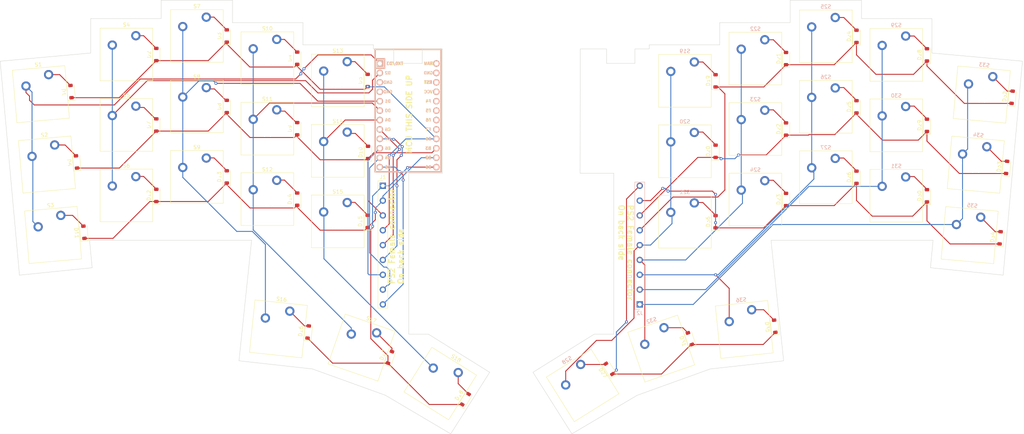
<source format=kicad_pcb>
(kicad_pcb (version 20221018) (generator pcbnew)
  (layers (0 "F.Cu" signal) (31 "B.Cu" signal) (34 "B.Paste" user) (35 "F.Paste" user) (36 "B.SilkS" user "B.Silkscreen") (37 "F.SilkS" user "F.Silkscreen") (38 "B.Mask" user) (39 "F.Mask" user) (44 "Edge.Cuts" user))
  (net 0 "")
  (net 1 "R4")
  (net 2 "Net-(D1-A)")
  (net 3 "Net-(D2-A)")
  (net 4 "Net-(D3-A)")
  (net 5 "Net-(D4-A)")
  (net 7 "Net-(D5-A)")
  (net 8 "R3")
  (net 9 "Net-(D6-A)")
  (net 10 "Net-(D7-A)")
  (net 11 "Net-(D8-A)")
  (net 12 "Net-(D9-A)")
  (net 13 "Net-(D10-A)")
  (net 14 "R2")
  (net 15 "Net-(D11-A)")
  (net 16 "Net-(D12-A)")
  (net 17 "Net-(D13-A)")
  (net 18 "Net-(D14-A)")
  (net 19 "Net-(D15-A)")
  (net 20 "R1")
  (net 21 "Net-(D16-A)")
  (net 22 "Net-(D17-A)")
  (net 23 "Net-(D18-A)")
  (net 24 "Net-(D19-A)")
  (net 25 "Net-(D20-A)")
  (net 26 "Net-(D21-A)")
  (net 27 "Net-(D22-A)")
  (net 28 "Net-(D23-A)")
  (net 29 "Net-(D24-A)")
  (net 30 "Net-(D25-A)")
  (net 31 "Net-(D26-A)")
  (net 32 "Net-(D27-A)")
  (net 33 "Net-(D28-A)")
  (net 34 "Net-(D29-A)")
  (net 35 "Net-(D30-A)")
  (net 36 "Net-(D31-A)")
  (net 37 "Net-(D32-A)")
  (net 38 "Net-(D33-A)")
  (net 39 "Net-(D34-A)")
  (net 40 "Net-(D35-A)")
  (net 41 "Net-(D36-A)")
  (net 42 "C6")
  (net 43 "C7")
  (net 44 "C8")
  (net 45 "C9")
  (net 46 "C10")
  (net 47 "C1")
  (net 48 "C2")
  (net 49 "C3")
  (net 50 "C4")
  (net 51 "C5")
  (footprint "Switch_Keyboard_Cherry_MX:SW_Cherry_MX_PCB_1.00u" (layer "F.Cu") (at 250.455964 94.699079)
    (fp_text reference "S31")
    (fp_text value "SW_Push")
  )
  (footprint "Diode_SMD:D_SOD-123" (layer "F.Cu") (at 88.9 95.603631 90)
    (fp_text reference "D14")
    (fp_text value "D_Small")
  )
  (footprint "Switch_Keyboard_Cherry_MX:SW_Cherry_MX_PCB_1.00u" (layer "F.Cu") (at 212.455964 57.699079)
    (fp_text reference "S22")
    (fp_text value "SW_Push")
  )
  (footprint "Switch_Keyboard_Cherry_MX:SW_Cherry_MX_PCB_1.00u" (layer "F.Cu") (at 231.455964 51.699079)
    (fp_text reference "S25")
    (fp_text value "SW_Push")
  )
  (footprint "Diode_SMD:D_SOD-123" (layer "F.Cu") (at 88.9 57.603631 90)
    (fp_text reference "D4")
    (fp_text value "D_Small")
  )
  (footprint "Switch_Keyboard_Cherry_MX:SW_Cherry_MX_PCB_1.00u" (layer "F.Cu") (at 61.847381 70.603631)
    (fp_text reference "S8")
    (fp_text value "SW_Push")
  )
  (footprint "Diode_SMD:D_SOD-123" (layer "F.Cu") (at 201.723227 63.699079 90)
    (fp_text reference "D19")
    (fp_text value "D_Small")
  )
  (footprint "Switch_Keyboard_Cherry_MX:SW_Cherry_MX_PCB_1.00u" (layer "F.Cu") (at 80.847381 76.603631)
    (fp_text reference "S11")
    (fp_text value "SW_Push")
  )
  (footprint "Diode_SMD:D_SOD-123" (layer "F.Cu") (at 29.382957 85.577738 95)
    (fp_text reference "D6")
    (fp_text value "D_Small")
  )
  (footprint "Switch_Keyboard_Cherry_MX:SW_Cherry_MX_PCB_1.00u" (layer "F.Cu") (at 165.879855 145.841604 32)
    (fp_text reference "S28")
    (fp_text value "SW_Push")
  )
  (footprint "Diode_SMD:D_SOD-123" (layer "F.Cu") (at 91.853649 131.434063 84)
    (fp_text reference "D16")
    (fp_text value "D_Small")
  )
  (footprint "Switch_Keyboard_Cherry_MX:SW_Cherry_MX_PCB_1.00u" (layer "F.Cu") (at 21.41117 86.275179 5)
    (fp_text reference "S2")
    (fp_text value "SW_Push")
  )
  (footprint "Diode_SMD:D_SOD-123" (layer "F.Cu") (at 50.9 75.603631 90)
    (fp_text reference "D7")
    (fp_text value "D_Small")
  )
  (footprint "Switch_Keyboard_Cherry_MX:SW_Cherry_MX_PCB_1.00u" (layer "F.Cu") (at 271.900122 86.314073 -5)
    (fp_text reference "S34")
    (fp_text value "SW_Push")
  )
  (footprint "Switch_Keyboard_Cherry_MX:SW_Cherry_MX_PCB_1.00u" (layer "F.Cu") (at 42.847381 75.603631)
    (fp_text reference "S5")
    (fp_text value "SW_Push")
  )
  (footprint "Diode_SMD:D_SOD-123" (layer "F.Cu") (at 69.9 89.603631 90)
    (fp_text reference "D13")
    (fp_text value "D_Small")
  )
  (footprint "Diode_SMD:D_SOD-123" (layer "F.Cu") (at 27.9 66.6 95)
    (fp_text reference "D1")
    (fp_text value "D_Small")
  )
  (footprint "Diode_SMD:D_SOD-123" (layer "F.Cu") (at 220.723227 95.699079 90)
    (fp_text reference "D23")
    (fp_text value "D_Small")
  )
  (footprint "Diode_SMD:D_SOD-123" (layer "F.Cu") (at 258.723227 56.695448 90)
    (fp_text reference "D28")
    (fp_text value "D_Small")
  )
  (footprint "Switch_Keyboard_Cherry_MX:SW_Cherry_MX_PCB_1.00u" (layer "F.Cu") (at 42.847381 94.603631)
    (fp_text reference "S6")
    (fp_text value "SW_Push")
  )
  (footprint "Diode_SMD:D_SOD-123" (layer "F.Cu") (at 201.723227 82.699079 90)
    (fp_text reference "D20")
    (fp_text value "D_Small")
  )
  (footprint "Switch_Keyboard_Cherry_MX:SW_Cherry_MX_PCB_1.00u" (layer "F.Cu") (at 212.455964 76.699079)
    (fp_text reference "S23")
    (fp_text value "SW_Push")
  )
  (footprint "Diode_SMD:D_SOD-123" (layer "F.Cu") (at 113.910976 138.2753 71)
    (fp_text reference "D17")
    (fp_text value "D_Small")
  )
  (footprint "Switch_Keyboard_Cherry_MX:SW_Cherry_MX_PCB_1.00u" (layer "F.Cu") (at 250.455964 75.699079)
    (fp_text reference "S30")
    (fp_text value "SW_Push")
  )
  (footprint "Diode_SMD:D_SOD-123" (layer "F.Cu") (at 258.723227 75.695448 90)
    (fp_text reference "D29")
    (fp_text value "D_Small")
  )
  (footprint "Diode_SMD:D_SOD-123" (layer "F.Cu") (at 107.9 63.6 90)
    (fp_text reference "D5")
    (fp_text value "D_Small")
  )
  (footprint "Diode_SMD:D_SOD-123" (layer "F.Cu") (at 201.723227 101.695448 90)
    (fp_text reference "D36")
    (fp_text value "D_Small")
  )
  (footprint "Switch_Keyboard_Cherry_MX:SW_Cherry_MX_PCB_1.00u" (layer "F.Cu") (at 193.455962 63.699079)
    (fp_text reference "S19")
    (fp_text value "SW_Push")
  )
  (footprint "Switch_Keyboard_Cherry_MX:SW_Cherry_MX_PCB_1.00u" (layer "F.Cu") (at 19.773893 67.305414 5)
    (fp_text reference "S1")
    (fp_text value "SW_Push")
  )
  (footprint "Diode_SMD:D_SOD-123" (layer "F.Cu") (at 217.678961 129.884862 96)
    (fp_text reference "D35")
    (fp_text value "D_Small")
  )
  (footprint "Switch_Keyboard_Cherry_MX:SW_Cherry_MX_PCB_1.00u" (layer "F.Cu") (at 61.847381 51.603631)
    (fp_text reference "S7")
    (fp_text value "SW_Push")
  )
  (footprint "Diode_SMD:D_SOD-123" (layer "F.Cu") (at 278.451155 106.028815 85)
    (fp_text reference "D34")
    (fp_text value "D_Small")
  )
  (footprint "Diode_SMD:D_SOD-123" (layer "F.Cu") (at 281.692834 68.123934 85)
    (fp_text reference "D32")
    (fp_text value "D_Small")
  )
  (footprint "Switch_Keyboard_Cherry_MX:SW_Cherry_MX_PCB_1.00u" (layer "F.Cu") (at 83.842328 130.592039 -6)
    (fp_text reference "S16")
    (fp_text value "SW_Push")
  )
  (footprint "Switch_Keyboard_Cherry_MX:SW_Cherry_MX_PCB_1.00u" (layer "F.Cu") (at 80.847381 57.603631)
    (fp_text reference "S10")
    (fp_text value "SW_Push")
  )
  (footprint "Diode_SMD:D_SOD-123" (layer "F.Cu") (at 194.807751 133.237381 109)
    (fp_text reference "D31")
    (fp_text value "D_Small")
  )
  (footprint "Diode_SMD:D_SOD-123" (layer "F.Cu") (at 220.723227 76.695448 90)
    (fp_text reference "D22")
    (fp_text value "D_Small")
  )
  (footprint "Switch_Keyboard_Cherry_MX:SW_Cherry_MX_PCB_1.00u" (layer "F.Cu") (at 231.455964 70.699079)
    (fp_text reference "S26")
    (fp_text value "SW_Push")
  )
  (footprint "Switch_Keyboard_Cherry_MX:SW_Cherry_MX_PCB_1.00u" (layer "F.Cu") (at 127.475976 145.33504 -32)
    (fp_text reference "S18")
    (fp_text value "SW_Push")
  )
  (footprint "Switch_Keyboard_Cherry_MX:SW_Cherry_MX_PCB_1.00u" (layer "F.Cu") (at 42.847381 56.603631)
    (fp_text reference "S4")
    (fp_text value "SW_Push")
  )
  (footprint "Diode_SMD:D_SOD-123" (layer "F.Cu") (at 107.9 101.603631 90)
    (fp_text reference "D15")
    (fp_text value "D_Small")
  )
  (footprint "Diode_SMD:D_SOD-123" (layer "F.Cu") (at 108 83 90)
    (fp_text reference "D10")
    (fp_text value "D_Small")
  )
  (footprint "Switch_Keyboard_Cherry_MX:SW_Cherry_MX_PCB_1.00u" (layer "F.Cu") (at 106.260952 135.641185 -19)
    (fp_text reference "S17")
    (fp_text value "SW_Push")
  )
  (footprint "MX:1x9 4mm" (layer "F.Cu") (at 112 92)
    (fp_text reference "J1")
    (fp_text value "Conn_01x09")
  )
  (footprint "Diode_SMD:D_SOD-123" (layer "F.Cu") (at 50.9 94.6 90)
    (fp_text reference "D12")
    (fp_text value "D_Small")
  )
  (footprint "Diode_SMD:D_SOD-123" (layer "F.Cu") (at 69.9 70.603631 90)
    (fp_text reference "D8")
    (fp_text value "D_Small")
  )
  (footprint "Switch_Keyboard_Cherry_MX:SW_Cherry_MX_PCB_1.00u" (layer "F.Cu") (at 23.059801 105.263719 5)
    (fp_text reference "S3")
    (fp_text value "SW_Push")
  )
  (footprint "Switch_Keyboard_Cherry_MX:SW_Cherry_MX_PCB_1.00u" (layer "F.Cu") (at 193.455962 101.699079)
    (fp_text reference "S21")
    (fp_text value "SW_Push")
  )
  (footprint "Switch_Keyboard_Cherry_MX:SW_Cherry_MX_PCB_1.00u" (layer "F.Cu") (at 187.063343 135.903994 19)
    (fp_text reference "S32")
    (fp_text value "SW_Push")
  )
  (footprint "Diode_SMD:D_SOD-123" (layer "F.Cu") (at 280.200155 87.040232 85)
    (fp_text reference "D33")
    (fp_text value "D_Small")
  )
  (footprint "Switch_Keyboard_Cherry_MX:SW_Cherry_MX_PCB_1.00u" (layer "F.Cu") (at 99.847381 82.603631)
    (fp_text reference "S14")
    (fp_text value "SW_Push")
  )
  (footprint "Diode_SMD:D_SOD-123" (layer "F.Cu") (at 220.723227 57.699079 90)
    (fp_text reference "D21")
    (fp_text value "D_Small")
  )
  (footprint "Diode_SMD:D_SOD-123" (layer "F.Cu") (at 50.9 56.6 90)
    (fp_text reference "D2")
    (fp_text value "D_Small")
  )
  (footprint "Diode_SMD:D_SOD-123" (layer "F.Cu") (at 88.9 76.603631 90)
    (fp_text reference "D9")
    (fp_text value "D_Small")
  )
  (footprint "Switch_Keyboard_Cherry_MX:SW_Cherry_MX_PCB_1.00u" (layer "F.Cu") (at 231.455964 89.699079)
    (fp_text reference "S27")
    (fp_text value "SW_Push")
  )
  (footprint "Diode_SMD:D_SOD-123" (layer "F.Cu") (at 239.723227 70.699079 90)
    (fp_text reference "D25")
    (fp_text value "D_Small")
  )
  (footprint "Switch_Keyboard_Cherry_MX:SW_Cherry_MX_PCB_1.00u" (layer "F.Cu") (at 270.252106 105.311492 -5)
    (fp_text reference "S35")
    (fp_text value "SW_Push")
  )
  (footprint "Keebio-Parts:ArduinoProMicro" (layer "F.Cu") (at 118.8 73 -90)
    (fp_text reference "U2" hide)
    (fp_text value "ProMicro" hide)
  )
  (footprint "Switch_Keyboard_Cherry_MX:SW_Cherry_MX_PCB_1.00u" (layer "F.Cu") (at 193.455962 82.699079)
    (fp_text reference "S20")
    (fp_text value "SW_Push")
  )
  (footprint "Switch_Keyboard_Cherry_MX:SW_Cherry_MX_PCB_1.00u" (layer "F.Cu") (at 99.847381 63.603631)
    (fp_text reference "S13")
    (fp_text value "SW_Push")
  )
  (footprint "Diode_SMD:D_SOD-123" (layer "F.Cu") (at 134.260361 149.574394 58)
    (fp_text reference "D18")
    (fp_text value "D_Small")
  )
  (footprint "Diode_SMD:D_SOD-123" (layer "F.Cu") (at 31.379293 104.535858 95)
    (fp_text reference "D11")
    (fp_text value "D_Small")
  )
  (footprint "Switch_Keyboard_Cherry_MX:SW_Cherry_MX_PCB_1.00u" (layer "F.Cu") (at 250.455964 56.699079)
    (fp_text reference "S29")
    (fp_text value "SW_Push")
  )
  (footprint "Switch_Keyboard_Cherry_MX:SW_Cherry_MX_PCB_1.00u" (layer "F.Cu") (at 273.509347 67.407972 -5)
    (fp_text reference "S33")
    (fp_text value "SW_Push")
  )
  (footprint "Diode_SMD:D_SOD-123" (layer "F.Cu") (at 173.023156 141.377974 122)
    (fp_text reference "D27")
    (fp_text value "D_Small")
  )
  (footprint "Diode_SMD:D_SOD-123" (layer "F.Cu") (at 69.9 51.603631 90)
    (fp_text reference "D3")
    (fp_text value "D_Small")
  )
  (footprint "Switch_Keyboard_Cherry_MX:SW_Cherry_MX_PCB_1.00u" (layer "F.Cu") (at 80.847381 95.603631)
    (fp_text reference "S12")
    (fp_text value "SW_Push")
  )
  (footprint "Switch_Keyboard_Cherry_MX:SW_Cherry_MX_PCB_1.00u" (layer "F.Cu") (at 209.461031 130.748601 6)
    (fp_text reference "S36")
    (fp_text value "SW_Push")
  )
  (footprint "Diode_SMD:D_SOD-123" (layer "F.Cu") (at 239.723227 51.699079 90)
    (fp_text reference "D24")
    (fp_text value "D_Small")
  )
  (footprint "Switch_Keyboard_Cherry_MX:SW_Cherry_MX_PCB_1.00u" (layer "F.Cu") (at 61.847381 89.603631)
    (fp_text reference "S9")
    (fp_text value "SW_Push")
  )
  (footprint "Diode_SMD:D_SOD-123" (layer "F.Cu") (at 239.723227 89.699079 90)
    (fp_text reference "D26")
    (fp_text value "D_Small")
  )
  (footprint "Switch_Keyboard_Cherry_MX:SW_Cherry_MX_PCB_1.00u" (layer "F.Cu") (at 99.847381 101.603631)
    (fp_text reference "S15")
    (fp_text value "SW_Push")
  )
  (footprint "Switch_Keyboard_Cherry_MX:SW_Cherry_MX_PCB_1.00u" (layer "F.Cu") (at 212.455964 95.699079)
    (fp_text reference "S24")
    (fp_text value "SW_Push")
  )
  (footprint "Diode_SMD:D_SOD-123" (layer "F.Cu") (at 258.723227 94.699079 90)
    (fp_text reference "D30")
    (fp_text value "D_Small")
  )
  (footprint "MX:1x9 4mm" (layer "B.Cu") (at 181.275976 124)
    (fp_text reference "J2")
    (fp_text value "Conn_01x09")
  )
  (gr_line (start 81.5 48) (end 90.45 48) (stroke (width 0.1)) (layer "Edge.Cuts"))
  (gr_line (start 119 132) (end 124.25 132) (stroke (width 0.1)) (layer "Edge.Cuts"))
  (gr_line (start 112.7 148.5) (end 93 141.4) (stroke (width 0.1)) (layer "Edge.Cuts"))
  (gr_line (start 14 116.1) (end 8.8 58.4) (stroke (width 0.1)) (layer "Edge.Cuts"))
  (gr_line (start 119 90.4) (end 119 132) (stroke (width 0.1)) (layer "Edge.Cuts"))
  (gr_line (start 124.25 132) (end 140.8 142.3) (stroke (width 0.1)) (layer "Edge.Cuts"))
  (gr_line (start 71.45 41.95) (end 71.45 48) (stroke (width 0.1)) (layer "Edge.Cuts"))
  (gr_line (start 32.9 106.7) (end 56.8 106.7) (stroke (width 0.1)) (layer "Edge.Cuts"))
  (gr_line (start 122.6 59) (end 122.6 55.1) (stroke (width 0.1)) (layer "Edge.Cuts"))
  (gr_line (start 114.95 59) (end 122.6 59) (stroke (width 0.1)) (layer "Edge.Cuts"))
  (gr_line (start 33.6 114.1) (end 32.9 106.7) (stroke (width 0.1)) (layer "Edge.Cuts"))
  (gr_line (start 109.45 54) (end 109.45 55.1) (stroke (width 0.1)) (layer "Edge.Cuts"))
  (gr_poly (pts (xy 162.975976 158.9) (xy 180.575976 148.5) (xy 200.275976 141.4) (xy 220.075976 139.2) (xy 216.675976 106.7) (xy 260.375976 106.7) (xy 259.675976 114.1) (xy 279.275976 116.1) (xy 284.475976 58.4) (xy 260.075976 56.2) (xy 260.075976 46.9) (xy 241.075976 46.9) (xy 241.075976 41.95) (xy 221.825976 41.95) (xy 221.825976 48) (xy 202.825976 48) (xy 202.825976 54) (xy 183.825976 54) (xy 183.825976 55.1) (xy 179.975976 55.1) (xy 179.975976 59) (xy 172.325976 59) (xy 172.325976 55.1) (xy 165.225976 55.1) (xy 165.175976 88.6) (xy 174.275976 88.6) (xy 174.275976 132) (xy 169.025976 132) (xy 152.475976 142.3)) (stroke (width 0.1)) (fill none) (layer "Edge.Cuts"))
  (gr_line (start 33.2 56.2) (end 33.2 46.9) (stroke (width 0.1)) (layer "Edge.Cuts"))
  (gr_line (start 90.45 48) (end 90.45 54) (stroke (width 0.1)) (layer "Edge.Cuts"))
  (gr_line (start 128.05 88.6) (end 119 88.6) (stroke (width 0.1)) (layer "Edge.Cuts"))
  (gr_line (start 56.8 106.7) (end 76.6 106.7) (stroke (width 0.1)) (layer "Edge.Cuts"))
  (gr_line (start 14 116.1) (end 33.6 114.1) (stroke (width 0.1)) (layer "Edge.Cuts"))
  (gr_line (start 109.45 55.1) (end 114.95 55.1) (stroke (width 0.1)) (layer "Edge.Cuts"))
  (gr_line (start 130.3 158.9) (end 140.8 142.3) (stroke (width 0.1)) (layer "Edge.Cuts"))
  (gr_line (start 52.2 41.95) (end 71.45 41.95) (stroke (width 0.1)) (layer "Edge.Cuts"))
  (gr_line (start 33.2 46.9) (end 52.2 46.9) (stroke (width 0.1)) (layer "Edge.Cuts"))
  (gr_line (start 93 141.4) (end 73.2 139.2) (stroke (width 0.1)) (layer "Edge.Cuts"))
  (gr_line (start 128.05 55.1) (end 128.05 88.6) (stroke (width 0.1)) (layer "Edge.Cuts"))
  (gr_line (start 130.3 158.9) (end 112.7 148.5) (stroke (width 0.1)) (layer "Edge.Cuts"))
  (gr_line (start 119 88.6) (end 119 90.4) (stroke (width 0.1)) (layer "Edge.Cuts"))
  (gr_line (start 8.8 58.4) (end 33.2 56.2) (stroke (width 0.1)) (layer "Edge.Cuts"))
  (gr_line (start 71.45 48) (end 81.5 48) (stroke (width 0.1)) (layer "Edge.Cuts"))
  (gr_line (start 73.2 139.2) (end 76.6 106.7) (stroke (width 0.1)) (layer "Edge.Cuts"))
  (gr_line (start 52.2 46.9) (end 52.2 41.95) (stroke (width 0.1)) (layer "Edge.Cuts"))
  (gr_line (start 122.6 55.1) (end 128.05 55.1) (stroke (width 0.1)) (layer "Edge.Cuts"))
  (gr_line (start 114.95 55.1) (end 114.95 59) (stroke (width 0.1)) (layer "Edge.Cuts"))
  (gr_line (start 90.45 54) (end 109.45 54) (stroke (width 0.1)) (layer "Edge.Cuts"))
  (gr_text "PS2 Female connector\nOn back side" (at 117.723227 118.699079 90) (layer "F.SilkS") (effects (font (size 1.5 1.5) (thickness 0.3) bold) (justify left bottom)))
  (gr_text "PS2 Female connector\nOn back side" (at 175.473227 96.949079 -90) (layer "F.SilkS") (effects (font (size 1.5 1.5) (thickness 0.3) bold) (justify left bottom)))
  (gr_text "MCU THIS SIDE UP" (at 119.973227 83.449079 90) (layer "F.SilkS") (effects (font (size 1.5 1.5) (thickness 0.3) bold) (justify left bottom)))
  (segment (start 214.723227 65.349079) (end 220.723227 59.349079) (width 0.25) (layer "F.Cu") (net 1))
  (segment (start 201.723227 65.349079) (end 214.723227 65.349079) (width 0.25) (layer "F.Cu") (net 1))
  (segment (start 258.723227 59.699079) (end 268.80712 69.782972) (width 0.25) (layer "F.Cu") (net 1))
  (segment (start 239.723227 53.349079) (end 239.723227 56.699079) (width 0.25) (layer "F.Cu") (net 1))
  (segment (start 220.723227 59.349079) (end 233.723227 59.349079) (width 0.25) (layer "F.Cu") (net 1))
  (segment (start 258.723227 58.345448) (end 258.723227 59.699079) (width 0.25) (layer "F.Cu") (net 1))
  (segment (start 88.175 59.978631) (end 88.9 59.253631) (width 0.25) (layer "F.Cu") (net 1))
  (segment (start 244.973227 61.949079) (end 255.119596 61.949079) (width 0.25) (layer "F.Cu") (net 1))
  (segment (start 88.9 59.8) (end 95.078631 65.978631) (width 0.25) (layer "F.Cu") (net 1))
  (segment (start 95.078631 65.978631) (end 107.171369 65.978631) (width 0.25) (layer "F.Cu") (net 1))
  (segment (start 88.9 59.253631) (end 88.9 59.8) (width 0.25) (layer "F.Cu") (net 1))
  (segment (start 204.223227 67.199079) (end 202.373227 65.349079) (width 0.25) (layer "F.Cu") (net 1))
  (segment (start 28.043807 68.243721) (end 40.906279 68.243721) (width 0.25) (layer "F.Cu") (net 1))
  (segment (start 50.9 58.25) (end 64.903631 58.25) (width 0.25) (layer "F.Cu") (net 1))
  (segment (start 255.119596 61.949079) (end 258.723227 58.345448) (width 0.25) (layer "F.Cu") (net 1))
  (segment (start 190.231897 95.044079) (end 181.275976 104) (width 0.25) (layer "F.Cu") (net 1))
  (segment (start 64.903631 58.25) (end 69.9 53.253631) (width 0.25) (layer "F.Cu") (net 1))
  (segment (start 202.318227 95.044079) (end 204.223227 93.139079) (width 0.25) (layer "F.Cu") (net 1))
  (segment (start 233.723227 59.349079) (end 239.723227 53.349079) (width 0.25) (layer "F.Cu") (net 1))
  (segment (start 204.223227 93.139079) (end 204.223227 67.199079) (width 0.25) (layer "F.Cu") (net 1))
  (segment (start 107.171369 65.978631) (end 107.9 65.25) (width 0.25) (layer "F.Cu") (net 1))
  (segment (start 40.906279 68.243721) (end 50.9 58.25) (width 0.25) (layer "F.Cu") (net 1))
  (segment (start 69.9 53.752008) (end 76.126623 59.978631) (width 0.25) (layer "F.Cu") (net 1))
  (segment (start 113.723227 102.276773) (end 113.723227 84.699079) (width 0.25) (layer "F.Cu") (net 1))
  (segment (start 76.126623 59.978631) (end 88.175 59.978631) (width 0.25) (layer "F.Cu") (net 1))
  (segment (start 69.9 53.253631) (end 69.9 53.752008) (width 0.25) (layer "F.Cu") (net 1))
  (segment (start 113.723227 84.699079) (end 113.723227 83.8158) (width 0.25) (layer "F.Cu") (net 1))
  (segment (start 239.723227 56.699079) (end 244.973227 61.949079) (width 0.25) (layer "F.Cu") (net 1))
  (segment (start 112 104) (end 113.723227 102.276773) (width 0.25) (layer "F.Cu") (net 1))
  (segment (start 281.53371 69.782972) (end 281.549027 69.767655) (width 0.25) (layer "F.Cu") (net 1))
  (segment (start 268.80712 69.782972) (end 281.53371 69.782972) (width 0.25) (layer "F.Cu") (net 1))
  (segment (start 202.318227 95.044079) (end 190.231897 95.044079) (width 0.25) (layer "F.Cu") (net 1))
  (segment (start 202.373227 65.349079) (end 201.723227 65.349079) (width 0.25) (layer "F.Cu") (net 1))
  (via (at 113.723227 83.8158) (size 0.8) (drill 0.4) (layers "F.Cu" "B.Cu") (net 1))
  (via (at 107.9 65.25) (size 0.8) (drill 0.4) (layers "F.Cu" "B.Cu") (net 1))
  (segment (start 112.3813 65.3113) (end 126.42 79.35) (width 0.25) (layer "B.Cu") (net 1))
  (segment (start 107.9 65.25) (end 107.9613 65.3113) (width 0.25) (layer "B.Cu") (net 1))
  (segment (start 118.189027 79.35) (end 126.42 79.35) (width 0.25) (layer "B.Cu") (net 1))
  (segment (start 107.9613 65.3113) (end 112.3813 65.3113) (width 0.25) (layer "B.Cu") (net 1))
  (segment (start 113.723227 83.8158) (end 118.189027 79.35) (width 0.25) (layer "B.Cu") (net 1))
  (segment (start 21.861476 62.023369) (end 24.823283 62.023369) (width 0.25) (layer "F.Cu") (net 2))
  (segment (start 24.823283 62.023369) (end 27.756193 64.956279) (width 0.25) (layer "F.Cu") (net 2))
  (segment (start 45.387381 51.523631) (end 47.473631 51.523631) (width 0.25) (layer "F.Cu") (net 3))
  (segment (start 47.473631 51.523631) (end 50.9 54.95) (width 0.25) (layer "F.Cu") (net 3))
  (segment (start 66.47 46.523631) (end 69.9 49.953631) (width 0.25) (layer "F.Cu") (net 4))
  (segment (start 64.387381 46.523631) (end 66.47 46.523631) (width 0.25) (layer "F.Cu") (net 4))
  (segment (start 83.387381 52.523631) (end 85.47 52.523631) (width 0.25) (layer "F.Cu") (net 5))
  (segment (start 85.47 52.523631) (end 88.9 55.953631) (width 0.25) (layer "F.Cu") (net 5))
  (segment (start 102.387381 58.523631) (end 104.473631 58.523631) (width 0.25) (layer "F.Cu") (net 7))
  (segment (start 104.473631 58.523631) (end 107.9 61.95) (width 0.25) (layer "F.Cu") (net 7))
  (segment (start 88.9 78.253631) (end 88.9 78.8) (width 0.25) (layer "F.Cu") (net 8))
  (segment (start 76.178631 78.978631) (end 88.175 78.978631) (width 0.25) (layer "F.Cu") (net 8))
  (segment (start 239.723227 72.349079) (end 239.723227 72.699079) (width 0.25) (layer "F.Cu") (net 8))
  (segment (start 202.873227 84.349079) (end 203.223227 84.699079) (width 0.25) (layer "F.Cu") (net 8))
  (segment (start 64.9 77.253631) (end 69.9 72.253631) (width 0.25) (layer "F.Cu") (net 8))
  (segment (start 226.921464 78.199079) (end 233.873227 78.199079) (width 0.25) (layer "F.Cu") (net 8))
  (segment (start 108 84.65) (end 109.5587 83.0913) (width 0.25) (layer "F.Cu") (net 8))
  (segment (start 125.2187 83.0913) (end 126.42 81.89) (width 0.25) (layer "F.Cu") (net 8))
  (segment (start 239.723227 72.699079) (end 246.723227 79.699079) (width 0.25) (layer "F.Cu") (net 8))
  (segment (start 215.369596 83.699079) (end 220.723227 78.345448) (width 0.25) (layer "F.Cu") (net 8))
  (segment (start 69.9 72.253631) (end 69.9 72.7) (width 0.25) (layer "F.Cu") (net 8))
  (segment (start 258.723227 77.345448) (end 258.723227 79.949079) (width 0.25) (layer "F.Cu") (net 8))
  (segment (start 246.723227 79.699079) (end 256.369596 79.699079) (width 0.25) (layer "F.Cu") (net 8))
  (segment (start 220.723227 78.345448) (end 226.775095 78.345448) (width 0.25) (layer "F.Cu") (net 8))
  (segment (start 233.873227 78.199079) (end 239.723227 72.349079) (width 0.25) (layer "F.Cu") (net 8))
  (segment (start 88.9 78.8) (end 95.078631 84.978631) (width 0.25) (layer "F.Cu") (net 8))
  (segment (start 207.921464 83.699079) (end 215.369596 83.699079) (width 0.25) (layer "F.Cu") (net 8))
  (segment (start 88.175 78.978631) (end 88.9 78.253631) (width 0.25) (layer "F.Cu") (net 8))
  (segment (start 107.671369 84.978631) (end 108 84.65) (width 0.25) (layer "F.Cu") (net 8))
  (segment (start 201.723227 84.349079) (end 202.873227 84.349079) (width 0.25) (layer "F.Cu") (net 8))
  (segment (start 226.775095 78.345448) (end 226.921464 78.199079) (width 0.25) (layer "F.Cu") (net 8))
  (segment (start 69.9 72.7) (end 76.178631 78.978631) (width 0.25) (layer "F.Cu") (net 8))
  (segment (start 256.369596 79.699079) (end 258.723227 77.345448) (width 0.25) (layer "F.Cu") (net 8))
  (segment (start 258.723227 79.949079) (end 267.463221 88.689073) (width 0.25) (layer "F.Cu") (net 8))
  (segment (start 267.463221 88.689073) (end 280.051228 88.689073) (width 0.25) (layer "F.Cu") (net 8))
  (segment (start 108 84.65) (end 108 96) (width 0.25) (layer "F.Cu") (net 8))
  (segment (start 108 96) (end 112 100) (width 0.25) (layer "F.Cu") (net 8))
  (segment (start 181.275976 100) (end 196.926897 84.349079) (width 0.25) (layer "F.Cu") (net 8))
  (segment (start 29.526764 87.221459) (end 40.932172 87.221459) (width 0.25) (layer "F.Cu") (net 8))
  (segment (start 280.051228 88.689073) (end 280.056348 88.683953) (width 0.25) (layer "F.Cu") (net 8))
  (segment (start 50.9 77.253631) (end 64.9 77.253631) (width 0.25) (layer "F.Cu") (net 8))
  (segment (start 196.926897 84.349079) (end 201.723227 84.349079) (width 0.25) (layer "F.Cu") (net 8))
  (segment (start 40.932172 87.221459) (end 50.9 77.253631) (width 0.25) (layer "F.Cu") (net 8))
  (segment (start 109.5587 83.0913) (end 125.2187 83.0913) (width 0.25) (layer "F.Cu") (net 8))
  (segment (start 95.078631 84.978631) (end 107.671369 84.978631) (width 0.25) (layer "F.Cu") (net 8))
  (via (at 203.223227 84.699079) (size 0.8) (drill 0.4) (layers "F.Cu" "B.Cu") (net 8))
  (via (at 207.921464 83.699079) (size 0.8) (drill 0.4) (layers "F.Cu" "B.Cu") (net 8))
  (segment (start 206.921464 84.699079) (end 207.921464 83.699079) (width 0.25) (layer "B.Cu") (net 8))
  (segment (start 203.223227 84.699079) (end 206.921464 84.699079) (width 0.25) (layer "B.Cu") (net 8))
  (segment (start 26.298267 80.993134) (end 29.23915 83.934017) (width 0.25) (layer "F.Cu") (net 9))
  (segment (start 23.498753 80.993134) (end 26.298267 80.993134) (width 0.25) (layer "F.Cu") (net 9))
  (segment (start 45.487381 70.873631) (end 47.573631 70.873631) (width 0.25) (layer "F.Cu") (net 10))
  (segment (start 47.573631 70.873631) (end 51 74.3) (width 0.25) (layer "F.Cu") (net 10))
  (segment (start 66.57 65.873631) (end 70 69.303631) (width 0.25) (layer "F.Cu") (net 11))
  (segment (start 64.487381 65.873631) (end 66.57 65.873631) (width 0.25) (layer "F.Cu") (net 11))
  (segment (start 85.57 71.873631) (end 89 75.303631) (width 0.25) (layer "F.Cu") (net 12))
  (segment (start 83.487381 71.873631) (end 85.57 71.873631) (width 0.25) (layer "F.Cu") (net 12))
  (segment (start 104.573631 77.873631) (end 108 81.3) (width 0.25) (layer "F.Cu") (net 13))
  (segment (start 102.487381 77.873631) (end 104.573631 77.873631) (width 0.25) (layer "F.Cu") (net 13))
  (segment (start 258.723227 101.449079) (end 264.96064 107.686492) (width 0.25) (layer "F.Cu") (net 14))
  (segment (start 109.973227 101.180404) (end 109.973227 99.199079) (width 0.25) (layer "F.Cu") (net 14))
  (segment (start 239.723227 95.949079) (end 243.973227 100.199079) (width 0.25) (layer "F.Cu") (net 14))
  (segment (start 49.15 96.25) (end 50.9 96.25) (width 0.25) (layer "F.Cu") (net 14))
  (segment (start 107.175 103.978631) (end 107.9 103.253631) (width 0.25) (layer "F.Cu") (net 14))
  (segment (start 278.293392 107.686492) (end 278.307348 107.672536) (width 0.25) (layer "F.Cu") (net 14))
  (segment (start 76.178631 97.978631) (end 88.175 97.978631) (width 0.25) (layer "F.Cu") (net 14))
  (segment (start 233.723227 97.349079) (end 239.723227 91.349079) (width 0.25) (layer "F.Cu") (net 14))
  (segment (start 95.078631 103.978631) (end 107.175 103.978631) (width 0.25) (layer "F.Cu") (net 14))
  (segment (start 184.172306 96) (end 187.473227 92.699079) (width 0.25) (layer "F.Cu") (net 14))
  (segment (start 50.9 96.25) (end 64.903631 96.25) (width 0.25) (layer "F.Cu") (net 14))
  (segment (start 239.723227 91.349079) (end 239.723227 95.949079) (width 0.25) (layer "F.Cu") (net 14))
  (segment (start 88.9 97.253631) (end 88.9 97.8) (width 0.25) (layer "F.Cu") (net 14))
  (segment (start 88.9 97.8) (end 95.078631 103.978631) (width 0.25) (layer "F.Cu") (net 14))
  (segment (start 220.723227 97.349079) (end 233.723227 97.349079) (width 0.25) (layer "F.Cu") (net 14))
  (segment (start 107.9 103.253631) (end 109.973227 101.180404) (width 0.25) (layer "F.Cu") (net 14))
  (segment (start 201.723227 103.345448) (end 214.726858 103.345448) (width 0.25) (layer "F.Cu") (net 14))
  (segment (start 64.903631 96.25) (end 69.9 91.253631) (width 0.25) (layer "F.Cu") (net 14))
  (segment (start 264.96064 107.686492) (end 278.293392 107.686492) (width 0.25) (layer "F.Cu") (net 14))
  (segment (start 201.723227 101.949079) (end 201.723227 103.345448) (width 0.25) (layer "F.Cu") (net 14))
  (segment (start 254.873227 100.199079) (end 258.723227 96.349079) (width 0.25) (layer "F.Cu") (net 14))
  (segment (start 214.726858 103.345448) (end 220.723227 97.349079) (width 0.25) (layer "F.Cu") (net 14))
  (segment (start 258.723227 96.349079) (end 258.723227 101.449079) (width 0.25) (layer "F.Cu") (net 14))
  (segment (start 69.9 91.7) (end 76.178631 97.978631) (width 0.25) (layer "F.Cu") (net 14))
  (segment (start 39.220421 106.179579) (end 49.15 96.25) (width 0.25) (layer "F.Cu") (net 14))
  (segment (start 31.5231 106.179579) (end 39.220421 106.179579) (width 0.25) (layer "F.Cu") (net 14))
  (segment (start 88.175 97.978631) (end 88.9 97.253631) (width 0.25) (layer "F.Cu") (net 14))
  (segment (start 181.275976 96) (end 184.172306 96) (width 0.25) (layer "F.Cu") (net 14))
  (segment (start 188.921462 93.449079) (end 200.852727 93.449079) (width 0.25) (layer "F.Cu") (net 14))
  (segment (start 69.9 91.253631) (end 69.9 91.7) (width 0.25) (layer "F.Cu") (net 14))
  (segment (start 243.973227 100.199079) (end 254.873227 100.199079) (width 0.25) (layer "F.Cu") (net 14))
  (segment (start 200.852727 93.449079) (end 201.723227 94.319579) (width 0.25) (layer "F.Cu") (net 14))
  (via (at 201.723227 94.319579) (size 0.8) (drill 0.4) (layers "F.Cu" "B.Cu") (net 14))
  (via (at 109.973227 99.199079) (size 0.8) (drill 0.4) (layers "F.Cu" "B.Cu") (net 14))
  (via (at 201.723227 101.949079) (size 0.8) (drill 0.4) (layers "F.Cu" "B.Cu") (net 14))
  (via (at 187.473227 92.699079) (size 0.8) (drill 0.4) (layers "F.Cu" "B.Cu") (net 14))
  (via (at 188.921462 93.449079) (size 0.8) (drill 0.4) (layers "F.Cu" "B.Cu") (net 14))
  (segment (start 109.973227 99.199079) (end 109.973227 98.026773) (width 0.25) (layer "B.Cu") (net 14))
  (segment (start 112 96) (end 112 94.797919) (width 0.25) (layer "B.Cu") (net 14))
  (segment (start 112 94.797919) (end 122.367919 84.43) (width 0.25) (layer "B.Cu") (net 14))
  (segment (start 187.473227 92.699079) (end 188.171462 92.699079) (width 0.25) (layer "B.Cu") (net 14))
  (segment (start 201.723227 94.319579) (end 201.723227 101.949079) (width 0.25) (layer "B.Cu") (net 14))
  (segment (start 122.367919 84.43) (end 126.42 84.43) (width 0.25) (layer "B.Cu") (net 14))
  (segment (start 109.973227 98.026773) (end 112 96) (width 0.25) (layer "B.Cu") (net 14))
  (segment (start 188.171462 92.699079) (end 188.921462 93.449079) (width 0.25) (layer "B.Cu") (net 14))
  (segment (start 28.325023 99.981674) (end 31.235486 102.892137) (width 0.25) (layer "F.Cu") (net 15))
  (segment (start 25.147384 99.981674) (end 28.325023 99.981674) (width 0.25) (layer "F.Cu") (net 15))
  (segment (start 47.473631 89.473631) (end 50.9 92.9) (width 0.25) (layer "F.Cu") (net 16))
  (segment (start 45.387381 89.473631) (end 47.473631 89.473631) (width 0.25) (layer "F.Cu") (net 16))
  (segment (start 66.47 84.473631) (end 69.9 87.903631) (width 0.25) (layer "F.Cu") (net 17))
  (segment (start 64.387381 84.473631) (end 66.47 84.473631) (width 0.25) (layer "F.Cu") (net 17))
  (segment (start 85.47 90.473631) (end 88.9 93.903631) (width 0.25) (layer "F.Cu") (net 18))
  (segment (start 83.387381 90.473631) (end 85.47 90.473631) (width 0.25) (layer "F.Cu") (net 18))
  (segment (start 102.387381 96.473631) (end 104.473631 96.473631) (width 0.25) (layer "F.Cu") (net 19))
  (segment (start 104.473631 96.473631) (end 107.9 99.9) (width 0.25) (layer "F.Cu") (net 19))
  (segment (start 174.973227 141.699079) (end 174.973227 141.701549) (width 0.25) (layer "F.Cu") (net 20))
  (segment (start 181.275976 92) (end 177.710928 95.565048) (width 0.25) (layer "F.Cu") (net 20))
  (segment (start 174.973227 141.701549) (end 173.897523 142.777253) (width 0.25) (layer "F.Cu") (net 20))
  (segment (start 187.145053 142.777253) (end 195.124819 134.797487) (width 0.25) (layer "F.Cu") (net 20))
  (segment (start 124.512056 150.973673) (end 133.385994 150.973673) (width 0.25) (layer "F.Cu") (net 20))
  (segment (start 91.681177 133.075024) (end 98.441559 139.835406) (width 0.25) (layer "F.Cu") (net 20))
  (segment (start 109.226189 103.305259) (end 109.226189 102.952041) (width 0.25) (layer "F.Cu") (net 20))
  (segment (start 113.373789 139.835406) (end 124.512056 150.973673) (width 0.25) (layer "F.Cu") (net 20))
  (segment (start 98.441559 139.835406) (end 113.373789 139.835406) (width 0.25) (layer "F.Cu") (net 20))
  (segment (start 214.579769 134.797487) (end 217.851433 131.525823) (width 0.25) (layer "F.Cu") (net 20))
  (segment (start 173.897523 142.777253) (end 187.145053 142.777253) (width 0.25) (layer "F.Cu") (net 20))
  (segment (start 118.80332 86.97) (end 126.42 86.97) (width 0.25) (layer "F.Cu") (net 20))
  (segment (start 195.344938 134.797487) (end 214.579769 134.797487) (width 0.25) (layer "F.Cu") (net 20))
  (segment (start 195.124819 134.797487) (end 195.344938 134.797487) (width 0.25) (layer "F.Cu") (net 20))
  (segment (start 177.710928 95.565048) (end 177.710928 128.68678) (width 0.25) (layer "F.Cu") (net 20))
  (segment (start 113.373789 139.835406) (end 113.373789 137.836907) (width 0.25) (layer "F.Cu") (net 20))
  (segment (start 108.741455 133.204573) (end 108.741455 103.789993) (width 0.25) (layer "F.Cu") (net 20))
  (segment (start 108.741455 103.789993) (end 109.226189 103.305259) (width 0.25) (layer "F.Cu") (net 20))
  (segment (start 118.648734 87.124586) (end 118.80332 86.97) (width 0.25) (layer "F.Cu") (net 20))
  (segment (start 113.373789 137.836907) (end 108.741455 133.204573) (width 0.25) (layer "F.Cu") (net 20))
  (via (at 177.710928 128.68678) (size 0.8) (drill 0.4) (layers "F.Cu" "B.Cu") (net 20))
  (via (at 109.226189 102.952041) (size 0.8) (drill 0.4) (layers "F.Cu" "B.Cu") (net 20))
  (via (at 174.973227 141.699079) (size 0.8) (drill 0.4) (layers "F.Cu" "B.Cu") (net 20))
  (via (at 118.648734 87.124586) (size 0.8) (drill 0.4) (layers "F.Cu" "B.Cu") (net 20))
  (segment (start 109.226189 94.773811) (end 112 92) (width 0.25) (layer "B.Cu") (net 20))
  (segment (start 118.648734 87.124586) (end 113.773321 92) (width 0.25) (layer "B.Cu") (net 20))
  (segment (start 109.226189 102.952041) (end 109.226189 94.773811) (width 0.25) (layer "B.Cu") (net 20))
  (segment (start 113.773321 92) (end 112 92) (width 0.25) (layer "B.Cu") (net 20))
  (segment (start 177.710928 128.68678) (end 174.973227 131.424481) (width 0.25) (layer "B.Cu") (net 20))
  (segment (start 174.973227 131.424481) (end 174.973227 141.699079) (width 0.25) (layer "B.Cu") (net 20))
  (segment (start 86.899418 125.80537) (end 90.88715 129.793102) (width 0.25) (layer "F.Cu") (net 21))
  (segment (start 90.88715 129.793102) (end 92.026121 129.793102) (width 0.25) (layer "F.Cu") (net 21))
  (segment (start 114.448163 135.796602) (end 114.448163 136.715194) (width 0.25) (layer "F.Cu") (net 22))
  (segment (start 110.316455 131.664894) (end 114.448163 135.796602) (width 0.25) (layer "F.Cu") (net 22))
  (segment (start 132.322008 145.362395) (end 135.134728 148.175115) (width 0.25) (layer "F.Cu") (net 23))
  (segment (start 132.322008 142.372951) (end 132.322008 145.362395) (width 0.25) (layer "F.Cu") (net 23))
  (segment (start 195.995962 58.619079) (end 198.293227 58.619079) (width 0.25) (layer "F.Cu") (net 24))
  (segment (start 198.293227 58.619079) (end 201.723227 62.049079) (width 0.25) (layer "F.Cu") (net 24))
  (segment (start 198.293227 77.519079) (end 201.723227 80.949079) (width 0.25) (layer "F.Cu") (net 25))
  (segment (start 195.995962 77.519079) (end 198.293227 77.519079) (width 0.25) (layer "F.Cu") (net 25))
  (segment (start 214.995964 52.619079) (end 217.293227 52.619079) (width 0.25) (layer "F.Cu") (net 26))
  (segment (start 217.293227 52.619079) (end 220.723227 56.049079) (width 0.25) (layer "F.Cu") (net 26))
  (segment (start 217.293227 71.519079) (end 220.723227 74.949079) (width 0.25) (layer "F.Cu") (net 27))
  (segment (start 214.995964 71.519079) (end 217.293227 71.519079) (width 0.25) (layer "F.Cu") (net 27))
  (segment (start 214.995964 90.519079) (end 217.293227 90.519079) (width 0.25) (layer "F.Cu") (net 28))
  (segment (start 217.293227 90.519079) (end 220.723227 93.949079) (width 0.25) (layer "F.Cu") (net 28))
  (segment (start 233.995964 46.619079) (end 236.293227 46.619079) (width 0.25) (layer "F.Cu") (net 29))
  (segment (start 236.293227 46.619079) (end 239.723227 50.049079) (width 0.25) (layer "F.Cu") (net 29))
  (segment (start 236.293227 65.519079) (end 239.723227 68.949079) (width 0.25) (layer "F.Cu") (net 30))
  (segment (start 233.995964 65.519079) (end 236.293227 65.519079) (width 0.25) (layer "F.Cu") (net 30))
  (segment (start 233.995964 84.519079) (end 236.293227 84.519079) (width 0.25) (layer "F.Cu") (net 31))
  (segment (start 236.293227 84.519079) (end 239.723227 87.949079) (width 0.25) (layer "F.Cu") (net 31))
  (segment (start 171.939959 140.187525) (end 172.148789 139.978695) (width 0.25) (layer "F.Cu") (net 32))
  (segment (start 165.341907 140.187525) (end 171.939959 140.187525) (width 0.25) (layer "F.Cu") (net 32))
  (segment (start 255.296858 51.619079) (end 258.723227 55.045448) (width 0.25) (layer "F.Cu") (net 33))
  (segment (start 252.995964 51.619079) (end 255.296858 51.619079) (width 0.25) (layer "F.Cu") (net 33))
  (segment (start 255.296858 70.519079) (end 258.723227 73.945448) (width 0.25) (layer "F.Cu") (net 34))
  (segment (start 252.995964 70.519079) (end 255.296858 70.519079) (width 0.25) (layer "F.Cu") (net 34))
  (segment (start 255.296858 89.519079) (end 258.723227 92.945448) (width 0.25) (layer "F.Cu") (net 35))
  (segment (start 252.995964 89.519079) (end 255.296858 89.519079) (width 0.25) (layer "F.Cu") (net 35))
  (segment (start 187.811074 130.273817) (end 192.867106 130.273817) (width 0.25) (layer "F.Cu") (net 36))
  (segment (start 192.867106 130.273817) (end 194.270564 131.677275) (width 0.25) (layer "F.Cu") (net 36))
  (segment (start 280.393967 66.480213) (end 281.836641 66.480213) (width 0.25) (layer "F.Cu") (net 37))
  (segment (start 276.482433 62.568679) (end 280.393967 66.480213) (width 0.25) (layer "F.Cu") (net 37))
  (segment (start 274.873208 81.47478) (end 278.794939 85.396511) (width 0.25) (layer "F.Cu") (net 38))
  (segment (start 278.794939 85.396511) (end 280.343962 85.396511) (width 0.25) (layer "F.Cu") (net 38))
  (segment (start 273.225192 100.472199) (end 277.138087 104.385094) (width 0.25) (layer "F.Cu") (net 39))
  (segment (start 277.138087 104.385094) (end 278.594962 104.385094) (width 0.25) (layer "F.Cu") (net 39))
  (segment (start 211.456112 125.430927) (end 214.693515 125.430927) (width 0.25) (layer "F.Cu") (net 40))
  (segment (start 214.693515 125.430927) (end 217.506489 128.243901) (width 0.25) (layer "F.Cu") (net 40))
  (segment (start 195.995962 96.519079) (end 198.293227 96.519079) (width 0.25) (layer "F.Cu") (net 41))
  (segment (start 198.293227 96.519079) (end 201.723227 99.949079) (width 0.25) (layer "F.Cu") (net 41))
  (segment (start 179.723227 109.552749) (end 181.275976 108) (width 0.25) (layer "F.Cu") (net 42))
  (segment (start 114.793887 105.206113) (end 114.793887 83.8158) (width 0.25) (layer "F.Cu") (net 42))
  (segment (start 161.302797 141.999248) (end 169.602966 133.699079) (width 0.25) (layer "F.Cu") (net 42))
  (segment (start 173.723227 133.699079) (end 179.723227 127.699079) (width 0.25) (layer "F.Cu") (net 42))
  (segment (start 179.723227 127.699079) (end 179.723227 109.552749) (width 0.25) (layer "F.Cu") (net 42))
  (segment (start 116.473227 82.103227) (end 111.18 76.81) (width 0.25) (layer "F.Cu") (net 42))
  (segment (start 161.302797 145.706554) (end 161.302797 141.999248) (width 0.25) (layer "F.Cu") (net 42))
  (segment (start 116.473227 82.199079) (end 116.473227 82.103227) (width 0.25) (layer "F.Cu") (net 42))
  (segment (start 169.602966 133.699079) (end 173.723227 133.699079) (width 0.25) (layer "F.Cu") (net 42))
  (segment (start 112 108) (end 114.793887 105.206113) (width 0.25) (layer "F.Cu") (net 42))
  (via (at 114.793887 83.8158) (size 0.8) (drill 0.4) (layers "F.Cu" "B.Cu") (net 42))
  (via (at 116.473227 82.199079) (size 0.8) (drill 0.4) (layers "F.Cu" "B.Cu") (net 42))
  (segment (start 114.856506 83.8158) (end 116.473227 82.199079) (width 0.25) (layer "B.Cu") (net 42))
  (segment (start 189.973227 99.486344) (end 189.973227 102.199079) (width 0.25) (layer "B.Cu") (net 42))
  (segment (start 114.793887 83.8158) (end 114.856506 83.8158) (width 0.25) (layer "B.Cu") (net 42))
  (segment (start 189.645962 61.159079) (end 189.645962 99.159079) (width 0.25) (layer "B.Cu") (net 42))
  (segment (start 189.973227 102.199079) (end 184.172306 108) (width 0.25) (layer "B.Cu") (net 42))
  (segment (start 189.645962 99.159079) (end 189.973227 99.486344) (width 0.25) (layer "B.Cu") (net 42))
  (segment (start 184.172306 108) (end 181.275976 108) (width 0.25) (layer "B.Cu") (net 42))
  (segment (start 182.633974 113.357998) (end 181.275976 112) (width 0.25) (layer "F.Cu") (net 43))
  (segment (start 115.255615 79.481467) (end 117.223227 81.449079) (width 0.25) (layer "F.Cu") (net 43))
  (segment (start 182.633974 134.742791) (end 182.633974 113.357998) (width 0.25) (layer "F.Cu") (net 43))
  (segment (start 114.876065 79.481467) (end 115.255615 79.481467) (width 0.25) (layer "F.Cu") (net 43))
  (segment (start 115.798333 84.990694) (end 116.973227 83.8158) (width 0.25) (layer "F.Cu") (net 43))
  (segment (start 115.798333 92.024185) (end 115.798333 84.990694) (width 0.25) (layer "F.Cu") (net 43))
  (via (at 114.876065 79.481467) (size 0.8) (drill 0.4) (layers "F.Cu" "B.Cu") (net 43))
  (via (at 115.798333 92.024185) (size 0.8) (drill 0.4) (layers "F.Cu" "B.Cu") (net 43))
  (via (at 117.223227 81.449079) (size 0.8) (drill 0.4) (layers "F.Cu" "B.Cu") (net 43))
  (via (at 116.973227 83.8158) (size 0.8) (drill 0.4) (layers "F.Cu" "B.Cu") (net 43))
  (segment (start 112 112) (end 115.798333 108.201667) (width 0.25) (layer "B.Cu") (net 43))
  (segment (start 115.798333 108.201667) (end 115.798333 92.024185) (width 0.25) (layer "B.Cu") (net 43))
  (segment (start 208.645964 55.159079) (end 208.645964 93.159079) (width 0.25) (layer "B.Cu") (net 43))
  (segment (start 208.973227 96.699079) (end 208.973227 93.486342) (width 0.25) (layer "B.Cu") (net 43))
  (segment (start 117.223227 83.5658) (end 117.223227 81.449079) (width 0.25) (layer "B.Cu") (net 43))
  (segment (start 114.876065 79.481467) (end 114.744598 79.35) (width 0.25) (layer "B.Cu") (net 43))
  (segment (start 116.973227 83.8158) (end 117.223227 83.5658) (width 0.25) (layer "B.Cu") (net 43))
  (segment (start 193.672306 112) (end 208.973227 96.699079) (width 0.25) (layer "B.Cu") (net 43))
  (segment (start 114.744598 79.35) (end 111.18 79.35) (width 0.25) (layer "B.Cu") (net 43))
  (segment (start 181.275976 112) (end 193.672306 112) (width 0.25) (layer "B.Cu") (net 43))
  (segment (start 208.973227 93.486342) (end 208.645964 93.159079) (width 0.25) (layer "B.Cu") (net 43))
  (segment (start 205.4064 119.683173) (end 201.723227 116) (width 0.25) (layer "F.Cu") (net 44))
  (segment (start 205.4064 128.620769) (end 205.4064 119.683173) (width 0.25) (layer "F.Cu") (net 44))
  (via (at 201.723227 116) (size 0.8) (drill 0.4) (layers "F.Cu" "B.Cu") (net 44))
  (segment (start 227.645964 87.871816) (end 228.223227 88.449079) (width 0.25) (layer "B.Cu") (net 44))
  (segment (start 202.422306 116) (end 201.723227 116) (width 0.25) (layer "B.Cu") (net 44))
  (segment (start 227.645964 49.159079) (end 227.645964 87.159079) (width 0.25) (layer "B.Cu") (net 44))
  (segment (start 108.274148 116) (end 112 116) (width 0.25) (layer "B.Cu") (net 44))
  (segment (start 111.18 81.89) (end 107.973227 85.096773) (width 0.25) (layer "B.Cu") (net 44))
  (segment (start 201.723227 116) (end 181.275976 116) (width 0.25) (layer "B.Cu") (net 44))
  (segment (start 107.973227 115.699079) (end 108.274148 116) (width 0.25) (layer "B.Cu") (net 44))
  (segment (start 107.973227 85.096773) (end 107.973227 115.699079) (width 0.25) (layer "B.Cu") (net 44))
  (segment (start 228.223227 90.199079) (end 202.422306 116) (width 0.25) (layer "B.Cu") (net 44))
  (segment (start 227.645964 87.159079) (end 227.645964 87.871816) (width 0.25) (layer "B.Cu") (net 44))
  (segment (start 228.223227 88.449079) (end 228.223227 90.199079) (width 0.25) (layer "B.Cu") (net 44))
  (segment (start 108.423227 110.084928) (end 108.423227 87.186773) (width 0.25) (layer "B.Cu") (net 45))
  (segment (start 199.058702 120) (end 181.275976 120) (width 0.25) (layer "B.Cu") (net 45))
  (segment (start 246.645964 54.159079) (end 246.645964 92.159079) (width 0.25) (layer "B.Cu") (net 45))
  (segment (start 113.175 118.825) (end 113.472306 118.825) (width 0.25) (layer "B.Cu") (net 45))
  (segment (start 112.287378 113.949079) (end 108.423227 110.084928) (width 0.25) (layer "B.Cu") (net 45))
  (segment (start 246.645964 92.159079) (end 226.899623 92.159079) (width 0.25) (layer "B.Cu") (net 45))
  (segment (start 226.899623 92.159079) (end 199.058702 120) (width 0.25) (layer "B.Cu") (net 45))
  (segment (start 113.472306 118.825) (end 113.848227 118.449079) (width 0.25) (layer "B.Cu") (net 45))
  (segment (start 112 120) (end 113.175 118.825) (width 0.25) (layer "B.Cu") (net 45))
  (segment (start 113.848227 118.449079) (end 113.848227 114.824079) (width 0.25) (layer "B.Cu") (net 45))
  (segment (start 112.973227 113.949079) (end 112.287378 113.949079) (width 0.25) (layer "B.Cu") (net 45))
  (segment (start 108.423227 87.186773) (end 111.18 84.43) (width 0.25) (layer "B.Cu") (net 45))
  (segment (start 113.848227 114.824079) (end 112.973227 113.949079) (width 0.25) (layer "B.Cu") (net 45))
  (segment (start 117.473227 89.149473) (end 116.522833 88.199079) (width 0.25) (layer "F.Cu") (net 46))
  (segment (start 117.473227 90.449079) (end 117.473227 89.149473) (width 0.25) (layer "F.Cu") (net 46))
  (via (at 116.522833 88.199079) (size 0.8) (drill 0.4) (layers "F.Cu" "B.Cu") (net 46))
  (via (at 117.473227 90.449079) (size 0.8) (drill 0.4) (layers "F.Cu" "B.Cu") (net 46))
  (segment (start 195.695098 124) (end 181.275976 124) (width 0.25) (layer "B.Cu") (net 46))
  (segment (start 268.325996 83.451675) (end 268.325996 100.801078) (width 0.25) (layer "B.Cu") (net 46))
  (segment (start 116.522833 88.199079) (end 115.293754 86.97) (width 0.25) (layer "B.Cu") (net 46))
  (segment (start 269.698678 64.782117) (end 269.698678 82.078993) (width 0.25) (layer "B.Cu") (net 46))
  (segment (start 266.67798 102.449094) (end 217.246004 102.449094) (width 0.25) (layer "B.Cu") (net 46))
  (segment (start 117.473227 118.526773) (end 117.473227 90.449079) (width 0.25) (layer "B.Cu") (net 46))
  (segment (start 269.935221 64.545574) (end 269.698678 64.782117) (width 0.25) (layer "B.Cu") (net 46))
  (segment (start 269.698678 82.078993) (end 268.325996 83.451675) (width 0.25) (layer "B.Cu") (net 46))
  (segment (start 112 124) (end 117.473227 118.526773) (width 0.25) (layer "B.Cu") (net 46))
  (segment (start 115.293754 86.97) (end 111.18 86.97) (width 0.25) (layer "B.Cu") (net 46))
  (segment (start 268.325996 100.801078) (end 266.67798 102.449094) (width 0.25) (layer "B.Cu") (net 46))
  (segment (start 217.246004 102.449094) (end 195.695098 124) (width 0.25) (layer "B.Cu") (net 46))
  (segment (start 46.587317 63.199079) (end 69.223227 63.199079) (width 0.25) (layer "F.Cu") (net 47))
  (segment (start 16.723227 67.84112) (end 16.723227 68.949079) (width 0.25) (layer "F.Cu") (net 47))
  (segment (start 94.473227 56.699079) (end 108.849079 56.699079) (width 0.25) (layer "F.Cu") (net 47))
  (segment (start 108.849079 56.699079) (end 111.18 59.03) (width 0.25) (layer "F.Cu") (net 47))
  (segment (start 16.723227 68.949079) (end 17.454562 69.680414) (width 0.25) (layer "F.Cu") (net 47))
  (segment (start 41.780272 68.006124) (end 46.587317 63.199079) (width 0.25) (layer "F.Cu") (net 47))
  (segment (start 39.587317 70.199079) (end 41.780272 68.006124) (width 0.25) (layer "F.Cu") (net 47))
  (segment (start 88.473227 63.199079) (end 89.873854 61.798452) (width 0.25) (layer "F.Cu") (net 47))
  (segment (start 15.757016 66.874909) (end 16.723227 67.84112) (width 0.25) (layer "F.Cu") (net 47))
  (segment (start 15.757016 65.107143) (end 15.757016 66.874909) (width 0.25) (layer "F.Cu") (net 47))
  (segment (start 69.223227 63.199079) (end 88.473227 63.199079) (width 0.25) (layer "F.Cu") (net 47))
  (segment (start 17.454562 69.680414) (end 17.973227 70.199079) (width 0.25) (layer "F.Cu") (net 47))
  (segment (start 17.973227 70.199079) (end 39.587317 70.199079) (width 0.25) (layer "F.Cu") (net 47))
  (segment (start 90.723227 60.449079) (end 94.473227 56.699079) (width 0.25) (layer "F.Cu") (net 47))
  (via (at 89.873854 61.798452) (size 0.8) (drill 0.4) (layers "F.Cu" "B.Cu") (net 47))
  (via (at 90.723227 60.449079) (size 0.8) (drill 0.4) (layers "F.Cu" "B.Cu") (net 47))
  (segment (start 17.394293 84.076908) (end 17.600501 84.283116) (width 0.25) (layer "B.Cu") (net 47))
  (segment (start 15.757016 65.107143) (end 17.394293 66.74442) (width 0.25) (layer "B.Cu") (net 47))
  (segment (start 89.873854 61.798452) (end 89.873854 61.298452) (width 0.25) (layer "B.Cu") (net 47))
  (segment (start 17.600501 101.623025) (end 19.042924 103.065448) (width 0.25) (layer "B.Cu") (net 47))
  (segment (start 17.394293 66.74442) (end 17.394293 84.076908) (width 0.25) (layer "B.Cu") (net 47))
  (segment (start 89.873854 61.298452) (end 90.723227 60.449079) (width 0.25) (layer "B.Cu") (net 47))
  (segment (start 17.600501 84.283116) (end 17.600501 101.623025) (width 0.25) (layer "B.Cu") (net 47))
  (segment (start 109.223227 65.949079) (end 109.223227 63.526773) (width 0.25) (layer "F.Cu") (net 48))
  (segment (start 39.037381 73.063631) (end 48.451933 63.649079) (width 0.25) (layer "F.Cu") (net 48))
  (segment (start 108.223227 66.949079) (end 109.223227 65.949079) (width 0.25) (layer "F.Cu") (net 48))
  (segment (start 48.451933 63.649079) (end 91.173227 63.649079) (width 0.25) (layer "F.Cu") (net 48))
  (segment (start 94.473227 66.949079) (end 108.223227 66.949079) (width 0.25) (layer "F.Cu") (net 48))
  (segment (start 91.173227 63.649079) (end 94.473227 66.949079) (width 0.25) (layer "F.Cu") (net 48))
  (segment (start 109.223227 63.526773) (end 111.18 61.57) (width 0.25) (layer "F.Cu") (net 48))
  (segment (start 39.037381 54.063631) (end 39.037381 92.063631) (width 0.25) (layer "B.Cu") (net 48))
  (segment (start 66.973227 64.373579) (end 89.647727 64.373579) (width 0.25) (layer "F.Cu") (net 49))
  (segment (start 94.464148 69.19) (end 111.18 69.19) (width 0.25) (layer "F.Cu") (net 49))
  (segment (start 89.647727 64.373579) (end 94.464148 69.19) (width 0.25) (layer "F.Cu") (net 49))
  (via (at 66.973227 64.373579) (size 0.8) (drill 0.4) (layers "F.Cu" "B.Cu") (net 49))
  (segment (start 80.318702 107.818702) (end 76.8 104.3) (width 0.25) (layer "B.Cu") (net 49))
  (segment (start 66.298727 63.699079) (end 66.973227 64.373579) (width 0.25) (layer "B.Cu") (net 49))
  (segment (start 63.973227 63.699079) (end 66.298727 63.699079) (width 0.25) (layer "B.Cu") (net 49))
  (segment (start 80.318702 127.6677) (end 80.318702 107.818702) (width 0.25) (layer "B.Cu") (net 49))
  (segment (start 62.401933 63.699079) (end 63.973227 63.699079) (width 0.25) (layer "B.Cu") (net 49))
  (segment (start 58.037381 68.063631) (end 62.401933 63.699079) (width 0.25) (layer "B.Cu") (net 49))
  (segment (start 72.6 104.3) (end 76.8 104.3) (width 0.25) (layer "B.Cu") (net 49))
  (segment (start 58.037381 87.063631) (end 58.037381 49.063631) (width 0.25) (layer "B.Cu") (net 49))
  (segment (start 58.037381 87.063631) (end 58.037381 89.737381) (width 0.25) (layer "B.Cu") (net 49))
  (segment (start 58.037381 89.737381) (end 72.6 104.3) (width 0.25) (layer "B.Cu") (net 49))
  (segment (start 77.037381 74.063631) (end 81.401933 69.699079) (width 0.25) (layer "F.Cu") (net 50))
  (segment (start 81.401933 69.699079) (end 109.149079 69.699079) (width 0.25) (layer "F.Cu") (net 50))
  (segment (start 109.149079 69.699079) (end 111.18 71.73) (width 0.25) (layer "F.Cu") (net 50))
  (segment (start 77.037381 103.900985) (end 103.485469 130.349073) (width 0.25) (layer "B.Cu") (net 50))
  (segment (start 77.037381 55.063631) (end 77.037381 93.063631) (width 0.25) (layer "B.Cu") (net 50))
  (segment (start 103.485469 130.349073) (end 103.485469 131.999153) (width 0.25) (layer "B.Cu") (net 50))
  (segment (start 77.037381 93.063631) (end 77.037381 103.900985) (width 0.25) (layer "B.Cu") (net 50))
  (segment (start 101.831012 74.27) (end 111.18 74.27) (width 0.25) (layer "F.Cu") (net 51))
  (segment (start 96.037381 80.063631) (end 101.831012 74.27) (width 0.25) (layer "F.Cu") (net 51))
  (segment (start 96.1 99.12625) (end 96.037381 99.063631) (width 0.25) (layer "B.Cu") (net 51))
  (segment (start 96.037381 99.063631) (end 96.037381 61.063631) (width 0.25) (layer "B.Cu") (net 51))
  (segment (start 125.590908 141.162005) (end 96.1 111.671097) (width 0.25) (layer "B.Cu") (net 51))
  (segment (start 96.1 111.671097) (end 96.1 99.12625) (width 0.25) (layer "B.Cu") (net 51))
)
</source>
